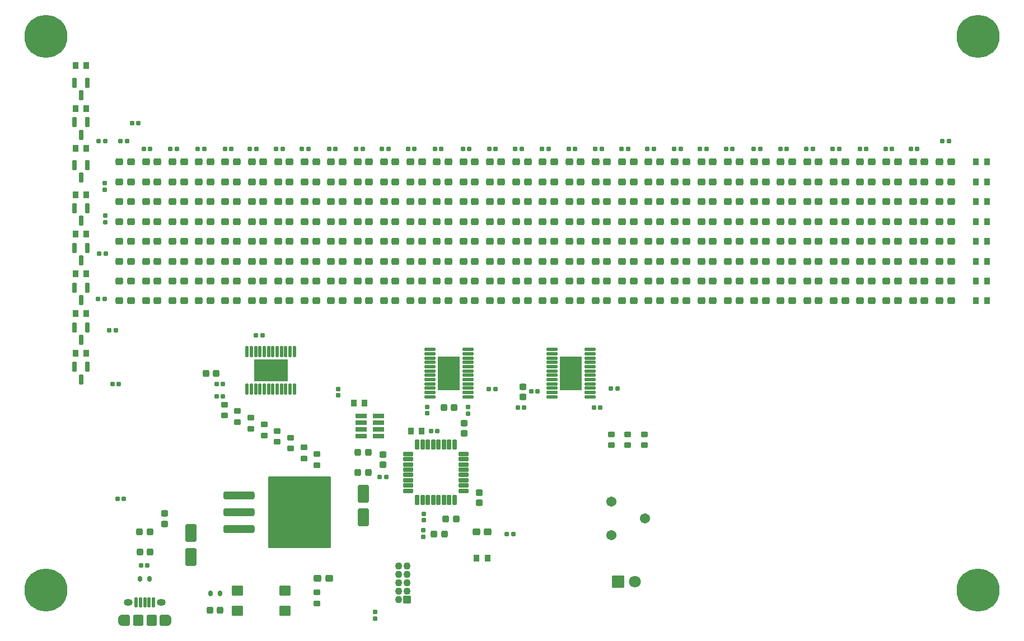
<source format=gts>
%TF.GenerationSoftware,KiCad,Pcbnew,9.0.4*%
%TF.CreationDate,2025-09-23T11:36:05+01:00*%
%TF.ProjectId,spekky_matrix,7370656b-6b79-45f6-9d61-747269782e6b,v02*%
%TF.SameCoordinates,Original*%
%TF.FileFunction,Soldermask,Top*%
%TF.FilePolarity,Negative*%
%FSLAX46Y46*%
G04 Gerber Fmt 4.6, Leading zero omitted, Abs format (unit mm)*
G04 Created by KiCad (PCBNEW 9.0.4) date 2025-09-23 11:36:05*
%MOMM*%
%LPD*%
G01*
G04 APERTURE LIST*
G04 Aperture macros list*
%AMRoundRect*
0 Rectangle with rounded corners*
0 $1 Rounding radius*
0 $2 $3 $4 $5 $6 $7 $8 $9 X,Y pos of 4 corners*
0 Add a 4 corners polygon primitive as box body*
4,1,4,$2,$3,$4,$5,$6,$7,$8,$9,$2,$3,0*
0 Add four circle primitives for the rounded corners*
1,1,$1+$1,$2,$3*
1,1,$1+$1,$4,$5*
1,1,$1+$1,$6,$7*
1,1,$1+$1,$8,$9*
0 Add four rect primitives between the rounded corners*
20,1,$1+$1,$2,$3,$4,$5,0*
20,1,$1+$1,$4,$5,$6,$7,0*
20,1,$1+$1,$6,$7,$8,$9,0*
20,1,$1+$1,$8,$9,$2,$3,0*%
G04 Aperture macros list end*
%ADD10RoundRect,0.250400X-0.250400X-0.275400X0.250400X-0.275400X0.250400X0.275400X-0.250400X0.275400X0*%
%ADD11RoundRect,0.175400X-0.175400X0.612900X-0.175400X-0.612900X0.175400X-0.612900X0.175400X0.612900X0*%
%ADD12RoundRect,0.172900X0.172900X0.197900X-0.172900X0.197900X-0.172900X-0.197900X0.172900X-0.197900X0*%
%ADD13RoundRect,0.262900X-0.312900X-0.262900X0.312900X-0.262900X0.312900X0.262900X-0.312900X0.262900X0*%
%ADD14RoundRect,0.125400X0.125400X-0.700400X0.125400X0.700400X-0.125400X0.700400X-0.125400X-0.700400X0*%
%ADD15RoundRect,0.050800X2.500000X-1.600000X2.500000X1.600000X-2.500000X1.600000X-2.500000X-1.600000X0*%
%ADD16RoundRect,0.225400X-0.300400X0.225400X-0.300400X-0.225400X0.300400X-0.225400X0.300400X0.225400X0*%
%ADD17RoundRect,0.172900X-0.172900X-0.197900X0.172900X-0.197900X0.172900X0.197900X-0.172900X0.197900X0*%
%ADD18C,1.541600*%
%ADD19RoundRect,0.175400X0.175400X0.225400X-0.175400X0.225400X-0.175400X-0.225400X0.175400X-0.225400X0*%
%ADD20RoundRect,0.172900X0.197900X-0.172900X0.197900X0.172900X-0.197900X0.172900X-0.197900X-0.172900X0*%
%ADD21RoundRect,0.225400X0.225400X0.300400X-0.225400X0.300400X-0.225400X-0.300400X0.225400X-0.300400X0*%
%ADD22RoundRect,0.172900X-0.197900X0.172900X-0.197900X-0.172900X0.197900X-0.172900X0.197900X0.172900X0*%
%ADD23RoundRect,0.225400X0.300400X-0.225400X0.300400X0.225400X-0.300400X0.225400X-0.300400X-0.225400X0*%
%ADD24RoundRect,0.265875X-0.584925X1.084925X-0.584925X-1.084925X0.584925X-1.084925X0.584925X1.084925X0*%
%ADD25RoundRect,0.150400X-0.650400X-0.150400X0.650400X-0.150400X0.650400X0.150400X-0.650400X0.150400X0*%
%ADD26RoundRect,0.150400X-0.150400X-0.650400X0.150400X-0.650400X0.150400X0.650400X-0.150400X0.650400X0*%
%ADD27RoundRect,0.250400X-0.275400X0.250400X-0.275400X-0.250400X0.275400X-0.250400X0.275400X0.250400X0*%
%ADD28RoundRect,0.225400X-0.225400X-0.300400X0.225400X-0.300400X0.225400X0.300400X-0.225400X0.300400X0*%
%ADD29RoundRect,0.050800X-0.800000X-0.300000X0.800000X-0.300000X0.800000X0.300000X-0.800000X0.300000X0*%
%ADD30RoundRect,0.250400X0.250400X0.275400X-0.250400X0.275400X-0.250400X-0.275400X0.250400X-0.275400X0*%
%ADD31C,6.501600*%
%ADD32RoundRect,0.125400X0.700400X0.125400X-0.700400X0.125400X-0.700400X-0.125400X0.700400X-0.125400X0*%
%ADD33RoundRect,0.050800X1.600000X2.500000X-1.600000X2.500000X-1.600000X-2.500000X1.600000X-2.500000X0*%
%ADD34RoundRect,0.175400X-0.175400X-0.225400X0.175400X-0.225400X0.175400X0.225400X-0.175400X0.225400X0*%
%ADD35RoundRect,0.250400X0.275400X-0.250400X0.275400X0.250400X-0.275400X0.250400X-0.275400X-0.250400X0*%
%ADD36RoundRect,0.244150X-0.244150X-0.281650X0.244150X-0.281650X0.244150X0.281650X-0.244150X0.281650X0*%
%ADD37RoundRect,0.050800X0.850000X-0.850000X0.850000X0.850000X-0.850000X0.850000X-0.850000X-0.850000X0*%
%ADD38C,1.801600*%
%ADD39RoundRect,0.050800X-0.800000X-0.700000X0.800000X-0.700000X0.800000X0.700000X-0.800000X0.700000X0*%
%ADD40RoundRect,0.273091X-2.077709X-0.327709X2.077709X-0.327709X2.077709X0.327709X-2.077709X0.327709X0*%
%ADD41RoundRect,0.252705X-4.498095X-5.198095X4.498095X-5.198095X4.498095X5.198095X-4.498095X5.198095X0*%
%ADD42RoundRect,0.125400X-0.125400X-0.600400X0.125400X-0.600400X0.125400X0.600400X-0.125400X0.600400X0*%
%ADD43O,0.991600X1.651600*%
%ADD44RoundRect,0.267517X-0.508283X-0.558283X0.508283X-0.558283X0.508283X0.558283X-0.508283X0.558283X0*%
%ADD45O,1.351600X1.051600*%
%ADD46RoundRect,0.266933X-0.533867X-0.558867X0.533867X-0.558867X0.533867X0.558867X-0.533867X0.558867X0*%
%ADD47RoundRect,0.050800X0.500000X0.500000X-0.500000X0.500000X-0.500000X-0.500000X0.500000X-0.500000X0*%
%ADD48C,1.101600*%
G04 APERTURE END LIST*
D10*
%TO.C,C8*%
X121475000Y-116000000D03*
X123025000Y-116000000D03*
%TD*%
D11*
%TO.C,Q8*%
X67250000Y-49982500D03*
X65350000Y-49982500D03*
X66300000Y-51857500D03*
%TD*%
D12*
%TO.C,TP10*%
X69967500Y-58800000D03*
X68997500Y-58800000D03*
%TD*%
D13*
%TO.C,D531*%
X76125000Y-74000000D03*
X77875000Y-74000000D03*
%TD*%
%TO.C,D205*%
X180125000Y-65000000D03*
X181875000Y-65000000D03*
%TD*%
%TO.C,D630*%
X80125000Y-77000000D03*
X81875000Y-77000000D03*
%TD*%
%TO.C,D729*%
X84125000Y-80000000D03*
X85875000Y-80000000D03*
%TD*%
%TO.C,D831*%
X76125000Y-83000000D03*
X77875000Y-83000000D03*
%TD*%
%TO.C,D606*%
X176125000Y-77000000D03*
X177875000Y-77000000D03*
%TD*%
%TO.C,D722*%
X112125000Y-80000000D03*
X113875000Y-80000000D03*
%TD*%
D12*
%TO.C,TP21*%
X120185000Y-102700000D03*
X119215000Y-102700000D03*
%TD*%
D13*
%TO.C,D108*%
X168125000Y-62000000D03*
X169875000Y-62000000D03*
%TD*%
%TO.C,D530*%
X80125000Y-74000000D03*
X81875000Y-74000000D03*
%TD*%
D14*
%TO.C,U3*%
X91425000Y-96375000D03*
X92075000Y-96375000D03*
X92725000Y-96375000D03*
X93375000Y-96375000D03*
X94025000Y-96375000D03*
X94675000Y-96375000D03*
X95325000Y-96375000D03*
X95975000Y-96375000D03*
X96625000Y-96375000D03*
X97275000Y-96375000D03*
X97925000Y-96375000D03*
X98575000Y-96375000D03*
X98575000Y-90625000D03*
X97925000Y-90625000D03*
X97275000Y-90625000D03*
X96625000Y-90625000D03*
X95975000Y-90625000D03*
X95325000Y-90625000D03*
X94675000Y-90625000D03*
X94025000Y-90625000D03*
X93375000Y-90625000D03*
X92725000Y-90625000D03*
X92075000Y-90625000D03*
X91425000Y-90625000D03*
D15*
X95000000Y-93500000D03*
%TD*%
D16*
%TO.C,R6*%
X100000000Y-105175000D03*
X100000000Y-106825000D03*
%TD*%
D17*
%TO.C,TP45*%
X111815000Y-60000000D03*
X112785000Y-60000000D03*
%TD*%
D18*
%TO.C,RV1*%
X146500000Y-118450000D03*
X151580000Y-115910000D03*
X146500000Y-113370000D03*
%TD*%
D13*
%TO.C,D427*%
X92125000Y-71000000D03*
X93875000Y-71000000D03*
%TD*%
%TO.C,D301*%
X196125000Y-68000000D03*
X197875000Y-68000000D03*
%TD*%
%TO.C,D508*%
X168125000Y-74000000D03*
X169875000Y-74000000D03*
%TD*%
D19*
%TO.C,D1*%
X75270000Y-125000000D03*
X76670000Y-125000000D03*
%TD*%
D10*
%TO.C,C1*%
X75195000Y-121000000D03*
X76745000Y-121000000D03*
%TD*%
D17*
%TO.C,TP29*%
X176000000Y-60000000D03*
X176970000Y-60000000D03*
%TD*%
D13*
%TO.C,D419*%
X124125000Y-71000000D03*
X125875000Y-71000000D03*
%TD*%
%TO.C,D626*%
X96125000Y-77000000D03*
X97875000Y-77000000D03*
%TD*%
%TO.C,D114*%
X144125000Y-62000000D03*
X145875000Y-62000000D03*
%TD*%
%TO.C,D122*%
X112125000Y-62000000D03*
X113875000Y-62000000D03*
%TD*%
%TO.C,D529*%
X84125000Y-74000000D03*
X85875000Y-74000000D03*
%TD*%
%TO.C,D232*%
X72125000Y-65000000D03*
X73875000Y-65000000D03*
%TD*%
D17*
%TO.C,TP35*%
X151965000Y-60000000D03*
X152935000Y-60000000D03*
%TD*%
D13*
%TO.C,D316*%
X136125000Y-68000000D03*
X137875000Y-68000000D03*
%TD*%
%TO.C,D404*%
X184125000Y-71000000D03*
X185875000Y-71000000D03*
%TD*%
D20*
%TO.C,TP3*%
X110750000Y-131017500D03*
X110750000Y-130047500D03*
%TD*%
D13*
%TO.C,D132*%
X72125000Y-62000000D03*
X73875000Y-62000000D03*
%TD*%
%TO.C,D120*%
X120125000Y-62000000D03*
X121875000Y-62000000D03*
%TD*%
%TO.C,D819*%
X124125000Y-83000000D03*
X125875000Y-83000000D03*
%TD*%
D11*
%TO.C,Q5*%
X67250000Y-68982500D03*
X65350000Y-68982500D03*
X66300000Y-70857500D03*
%TD*%
D16*
%TO.C,R8*%
X96000000Y-102675000D03*
X96000000Y-104325000D03*
%TD*%
D12*
%TO.C,TP15*%
X133335000Y-99150000D03*
X132365000Y-99150000D03*
%TD*%
D13*
%TO.C,D106*%
X176125000Y-62000000D03*
X177875000Y-62000000D03*
%TD*%
%TO.C,D203*%
X188125000Y-65000000D03*
X189875000Y-65000000D03*
%TD*%
%TO.C,D412*%
X152125000Y-71000000D03*
X153875000Y-71000000D03*
%TD*%
%TO.C,D224*%
X104125000Y-65000000D03*
X105875000Y-65000000D03*
%TD*%
%TO.C,D121*%
X116125000Y-62000000D03*
X117875000Y-62000000D03*
%TD*%
%TO.C,D818*%
X128125000Y-83000000D03*
X129875000Y-83000000D03*
%TD*%
%TO.C,D825*%
X100125000Y-83000000D03*
X101875000Y-83000000D03*
%TD*%
D17*
%TO.C,TP4*%
X71082500Y-95550000D03*
X72052500Y-95550000D03*
%TD*%
D13*
%TO.C,D513*%
X148125000Y-74000000D03*
X149875000Y-74000000D03*
%TD*%
%TO.C,D817*%
X132125000Y-83000000D03*
X133875000Y-83000000D03*
%TD*%
D21*
%TO.C,R20*%
X67125000Y-47420000D03*
X65475000Y-47420000D03*
%TD*%
D17*
%TO.C,TP49*%
X95832500Y-60000000D03*
X96802500Y-60000000D03*
%TD*%
%TO.C,TP36*%
X148080000Y-60000000D03*
X149050000Y-60000000D03*
%TD*%
D13*
%TO.C,D709*%
X164125000Y-80000000D03*
X165875000Y-80000000D03*
%TD*%
D16*
%TO.C,R11*%
X90000000Y-99675000D03*
X90000000Y-101325000D03*
%TD*%
D13*
%TO.C,D807*%
X172125000Y-83000000D03*
X173875000Y-83000000D03*
%TD*%
%TO.C,D331*%
X76125000Y-68000000D03*
X77875000Y-68000000D03*
%TD*%
D22*
%TO.C,TP59*%
X118050000Y-117690000D03*
X118050000Y-118660000D03*
%TD*%
D13*
%TO.C,D507*%
X172125000Y-74000000D03*
X173875000Y-74000000D03*
%TD*%
%TO.C,D826*%
X96125000Y-83000000D03*
X97875000Y-83000000D03*
%TD*%
%TO.C,D617*%
X132125000Y-77000000D03*
X133875000Y-77000000D03*
%TD*%
D23*
%TO.C,R29*%
X146500000Y-104825000D03*
X146500000Y-103175000D03*
%TD*%
D13*
%TO.C,D727*%
X92125000Y-80000000D03*
X93875000Y-80000000D03*
%TD*%
D10*
%TO.C,C9*%
X119695000Y-118250000D03*
X121245000Y-118250000D03*
%TD*%
D13*
%TO.C,D525*%
X100125000Y-74000000D03*
X101875000Y-74000000D03*
%TD*%
D24*
%TO.C,C3*%
X82970000Y-118130000D03*
X82970000Y-121730000D03*
%TD*%
D13*
%TO.C,D521*%
X116125000Y-74000000D03*
X117875000Y-74000000D03*
%TD*%
%TO.C,D118*%
X128125000Y-62000000D03*
X129875000Y-62000000D03*
%TD*%
D12*
%TO.C,TP56*%
X131692500Y-118275000D03*
X130722500Y-118275000D03*
%TD*%
D25*
%TO.C,U2*%
X115795000Y-106130000D03*
X115795000Y-106930000D03*
X115795000Y-107730000D03*
X115795000Y-108530000D03*
X115795000Y-109330000D03*
X115795000Y-110130000D03*
X115795000Y-110930000D03*
X115795000Y-111730000D03*
D26*
X117170000Y-113105000D03*
X117970000Y-113105000D03*
X118770000Y-113105000D03*
X119570000Y-113105000D03*
X120370000Y-113105000D03*
X121170000Y-113105000D03*
X121970000Y-113105000D03*
X122770000Y-113105000D03*
D25*
X124145000Y-111730000D03*
X124145000Y-110930000D03*
X124145000Y-110130000D03*
X124145000Y-109330000D03*
X124145000Y-108530000D03*
X124145000Y-107730000D03*
X124145000Y-106930000D03*
X124145000Y-106130000D03*
D26*
X122770000Y-104755000D03*
X121970000Y-104755000D03*
X121170000Y-104755000D03*
X120370000Y-104755000D03*
X119570000Y-104755000D03*
X118770000Y-104755000D03*
X117970000Y-104755000D03*
X117170000Y-104755000D03*
%TD*%
D21*
%TO.C,R14*%
X67125000Y-84920000D03*
X65475000Y-84920000D03*
%TD*%
D13*
%TO.C,D105*%
X180125000Y-62000000D03*
X181875000Y-62000000D03*
%TD*%
%TO.C,D208*%
X168125000Y-65000000D03*
X169875000Y-65000000D03*
%TD*%
%TO.C,D806*%
X176125000Y-83000000D03*
X177875000Y-83000000D03*
%TD*%
D27*
%TO.C,C10*%
X124250000Y-101475000D03*
X124250000Y-103025000D03*
%TD*%
D13*
%TO.C,D704*%
X184125000Y-80000000D03*
X185875000Y-80000000D03*
%TD*%
%TO.C,D425*%
X100125000Y-71000000D03*
X101875000Y-71000000D03*
%TD*%
D17*
%TO.C,TP2*%
X71815000Y-112900000D03*
X72785000Y-112900000D03*
%TD*%
D21*
%TO.C,R28*%
X203325000Y-62000000D03*
X201675000Y-62000000D03*
%TD*%
D10*
%TO.C,C13*%
X85195000Y-93930000D03*
X86745000Y-93930000D03*
%TD*%
D13*
%TO.C,D619*%
X124125000Y-77000000D03*
X125875000Y-77000000D03*
%TD*%
%TO.C,D715*%
X140125000Y-80000000D03*
X141875000Y-80000000D03*
%TD*%
%TO.C,D726*%
X96125000Y-80000000D03*
X97875000Y-80000000D03*
%TD*%
%TO.C,D229*%
X84125000Y-65000000D03*
X85875000Y-65000000D03*
%TD*%
%TO.C,D512*%
X152125000Y-74000000D03*
X153875000Y-74000000D03*
%TD*%
D28*
%TO.C,R4*%
X126145000Y-121930000D03*
X127795000Y-121930000D03*
%TD*%
D13*
%TO.C,D407*%
X172125000Y-71000000D03*
X173875000Y-71000000D03*
%TD*%
%TO.C,D813*%
X148125000Y-83000000D03*
X149875000Y-83000000D03*
%TD*%
%TO.C,D119*%
X124125000Y-62000000D03*
X125875000Y-62000000D03*
%TD*%
%TO.C,D322*%
X112125000Y-68000000D03*
X113875000Y-68000000D03*
%TD*%
%TO.C,D428*%
X88125000Y-71000000D03*
X89875000Y-71000000D03*
%TD*%
D16*
%TO.C,R31*%
X151500000Y-103175000D03*
X151500000Y-104825000D03*
%TD*%
D13*
%TO.C,D228*%
X88125000Y-65000000D03*
X89875000Y-65000000D03*
%TD*%
D21*
%TO.C,R25*%
X203325000Y-71000000D03*
X201675000Y-71000000D03*
%TD*%
D22*
%TO.C,TP18*%
X105200000Y-96332499D03*
X105200000Y-97302499D03*
%TD*%
D13*
%TO.C,D113*%
X148125000Y-62000000D03*
X149875000Y-62000000D03*
%TD*%
%TO.C,D328*%
X88125000Y-68000000D03*
X89875000Y-68000000D03*
%TD*%
%TO.C,D519*%
X124125000Y-74000000D03*
X125875000Y-74000000D03*
%TD*%
D17*
%TO.C,TP51*%
X88080000Y-60000000D03*
X89050000Y-60000000D03*
%TD*%
D13*
%TO.C,D416*%
X136125000Y-71000000D03*
X137875000Y-71000000D03*
%TD*%
%TO.C,D625*%
X100125000Y-77000000D03*
X101875000Y-77000000D03*
%TD*%
%TO.C,D710*%
X160125000Y-80000000D03*
X161875000Y-80000000D03*
%TD*%
%TO.C,D812*%
X152125000Y-83000000D03*
X153875000Y-83000000D03*
%TD*%
%TO.C,D510*%
X160125000Y-74000000D03*
X161875000Y-74000000D03*
%TD*%
%TO.C,D429*%
X84125000Y-71000000D03*
X85875000Y-71000000D03*
%TD*%
%TO.C,D627*%
X92125000Y-77000000D03*
X93875000Y-77000000D03*
%TD*%
%TO.C,D805*%
X180125000Y-83000000D03*
X181875000Y-83000000D03*
%TD*%
D11*
%TO.C,Q3*%
X67250000Y-80982500D03*
X65350000Y-80982500D03*
X66300000Y-82857500D03*
%TD*%
D21*
%TO.C,R19*%
X67125000Y-53920000D03*
X65475000Y-53920000D03*
%TD*%
D13*
%TO.C,D620*%
X120125000Y-77000000D03*
X121875000Y-77000000D03*
%TD*%
D17*
%TO.C,TP34*%
X156040000Y-60000000D03*
X157010000Y-60000000D03*
%TD*%
D13*
%TO.C,D732*%
X72125000Y-80000000D03*
X73875000Y-80000000D03*
%TD*%
D21*
%TO.C,R15*%
X67125000Y-78920000D03*
X65475000Y-78920000D03*
%TD*%
D13*
%TO.C,D420*%
X120125000Y-71000000D03*
X121875000Y-71000000D03*
%TD*%
D17*
%TO.C,TP50*%
X91830000Y-60000000D03*
X92800000Y-60000000D03*
%TD*%
%TO.C,TP52*%
X83965000Y-60000000D03*
X84935000Y-60000000D03*
%TD*%
%TO.C,TP55*%
X72282500Y-58800000D03*
X73252500Y-58800000D03*
%TD*%
D13*
%TO.C,D602*%
X192125000Y-77000000D03*
X193875000Y-77000000D03*
%TD*%
%TO.C,D303*%
X188125000Y-68000000D03*
X189875000Y-68000000D03*
%TD*%
%TO.C,D430*%
X80125000Y-71000000D03*
X81875000Y-71000000D03*
%TD*%
%TO.C,D604*%
X184125000Y-77000000D03*
X185875000Y-77000000D03*
%TD*%
%TO.C,D327*%
X92125000Y-68000000D03*
X93875000Y-68000000D03*
%TD*%
%TO.C,D716*%
X136125000Y-80000000D03*
X137875000Y-80000000D03*
%TD*%
D16*
%TO.C,R1*%
X101970000Y-127105000D03*
X101970000Y-128755000D03*
%TD*%
D13*
%TO.C,D220*%
X120125000Y-65000000D03*
X121875000Y-65000000D03*
%TD*%
D21*
%TO.C,R13*%
X67125000Y-90920000D03*
X65475000Y-90920000D03*
%TD*%
D13*
%TO.C,D126*%
X96125000Y-62000000D03*
X97875000Y-62000000D03*
%TD*%
D17*
%TO.C,TP53*%
X79832500Y-60000000D03*
X80802500Y-60000000D03*
%TD*%
D13*
%TO.C,D315*%
X140125000Y-68000000D03*
X141875000Y-68000000D03*
%TD*%
%TO.C,D215*%
X140125000Y-65000000D03*
X141875000Y-65000000D03*
%TD*%
D12*
%TO.C,TP12*%
X93735000Y-88200000D03*
X92765000Y-88200000D03*
%TD*%
D17*
%TO.C,TP24*%
X196565000Y-58800000D03*
X197535000Y-58800000D03*
%TD*%
D13*
%TO.C,D306*%
X176125000Y-68000000D03*
X177875000Y-68000000D03*
%TD*%
%TO.C,D509*%
X164125000Y-74000000D03*
X165875000Y-74000000D03*
%TD*%
%TO.C,D426*%
X96125000Y-71000000D03*
X97875000Y-71000000D03*
%TD*%
%TO.C,D110*%
X160125000Y-62000000D03*
X161875000Y-62000000D03*
%TD*%
%TO.C,D214*%
X144125000Y-65000000D03*
X145875000Y-65000000D03*
%TD*%
D16*
%TO.C,R7*%
X98000000Y-103675000D03*
X98000000Y-105325000D03*
%TD*%
D17*
%TO.C,TP27*%
X184100000Y-60000000D03*
X185070000Y-60000000D03*
%TD*%
D29*
%TO.C,MK1*%
X111270000Y-103430000D03*
X111270000Y-102430000D03*
X111270000Y-101430000D03*
X111270000Y-100430000D03*
X108670000Y-100430000D03*
X108670000Y-101430000D03*
X108670000Y-102430000D03*
X108670000Y-103430000D03*
%TD*%
D17*
%TO.C,TP19*%
X127982500Y-96300000D03*
X128952500Y-96300000D03*
%TD*%
D13*
%TO.C,D622*%
X112125000Y-77000000D03*
X113875000Y-77000000D03*
%TD*%
D17*
%TO.C,TP41*%
X128030000Y-60000000D03*
X129000000Y-60000000D03*
%TD*%
D16*
%TO.C,R5*%
X102000000Y-106175000D03*
X102000000Y-107825000D03*
%TD*%
D13*
%TO.C,D423*%
X108125000Y-71000000D03*
X109875000Y-71000000D03*
%TD*%
%TO.C,D824*%
X104125000Y-83000000D03*
X105875000Y-83000000D03*
%TD*%
%TO.C,D320*%
X120125000Y-68000000D03*
X121875000Y-68000000D03*
%TD*%
%TO.C,D2*%
X102095000Y-124930000D03*
X103845000Y-124930000D03*
%TD*%
D30*
%TO.C,C5*%
X109745000Y-108930000D03*
X108195000Y-108930000D03*
%TD*%
D13*
%TO.C,D827*%
X92125000Y-83000000D03*
X93875000Y-83000000D03*
%TD*%
%TO.C,D123*%
X108125000Y-62000000D03*
X109875000Y-62000000D03*
%TD*%
%TO.C,D305*%
X180125000Y-68000000D03*
X181875000Y-68000000D03*
%TD*%
D21*
%TO.C,R21*%
X203325000Y-83000000D03*
X201675000Y-83000000D03*
%TD*%
D16*
%TO.C,R10*%
X92000000Y-100675000D03*
X92000000Y-102325000D03*
%TD*%
D13*
%TO.C,D717*%
X132125000Y-80000000D03*
X133875000Y-80000000D03*
%TD*%
%TO.C,D402*%
X192125000Y-71000000D03*
X193875000Y-71000000D03*
%TD*%
%TO.C,D418*%
X128125000Y-71000000D03*
X129875000Y-71000000D03*
%TD*%
%TO.C,D631*%
X76125000Y-77000000D03*
X77875000Y-77000000D03*
%TD*%
%TO.C,D532*%
X72125000Y-74000000D03*
X73875000Y-74000000D03*
%TD*%
%TO.C,D421*%
X116125000Y-71000000D03*
X117875000Y-71000000D03*
%TD*%
%TO.C,D411*%
X156125000Y-71000000D03*
X157875000Y-71000000D03*
%TD*%
%TO.C,D230*%
X80125000Y-65000000D03*
X81875000Y-65000000D03*
%TD*%
%TO.C,D401*%
X196125000Y-71000000D03*
X197875000Y-71000000D03*
%TD*%
D31*
%TO.C,H1*%
X61000000Y-43000000D03*
%TD*%
D13*
%TO.C,D814*%
X144125000Y-83000000D03*
X145875000Y-83000000D03*
%TD*%
D31*
%TO.C,H2*%
X202000000Y-43000000D03*
%TD*%
D13*
%TO.C,D116*%
X136125000Y-62000000D03*
X137875000Y-62000000D03*
%TD*%
%TO.C,D725*%
X100125000Y-80000000D03*
X101875000Y-80000000D03*
%TD*%
D17*
%TO.C,TP44*%
X115750000Y-60000000D03*
X116720000Y-60000000D03*
%TD*%
D21*
%TO.C,R27*%
X203325000Y-65000000D03*
X201675000Y-65000000D03*
%TD*%
D22*
%TO.C,TP58*%
X118175000Y-115215000D03*
X118175000Y-116185000D03*
%TD*%
D13*
%TO.C,D802*%
X192125000Y-83000000D03*
X193875000Y-83000000D03*
%TD*%
%TO.C,D811*%
X156125000Y-83000000D03*
X157875000Y-83000000D03*
%TD*%
%TO.C,D125*%
X100125000Y-62000000D03*
X101875000Y-62000000D03*
%TD*%
D17*
%TO.C,TP33*%
X159930000Y-60000000D03*
X160900000Y-60000000D03*
%TD*%
D11*
%TO.C,Q1*%
X67250000Y-92982500D03*
X65350000Y-92982500D03*
X66300000Y-94857500D03*
%TD*%
D17*
%TO.C,TP17*%
X143865000Y-99100000D03*
X144835000Y-99100000D03*
%TD*%
D13*
%TO.C,D609*%
X164125000Y-77000000D03*
X165875000Y-77000000D03*
%TD*%
D17*
%TO.C,TP47*%
X103832500Y-60000000D03*
X104802500Y-60000000D03*
%TD*%
D32*
%TO.C,U5*%
X124845000Y-97505000D03*
X124845000Y-96855000D03*
X124845000Y-96205000D03*
X124845000Y-95555000D03*
X124845000Y-94905000D03*
X124845000Y-94255000D03*
X124845000Y-93605000D03*
X124845000Y-92955000D03*
X124845000Y-92305000D03*
X124845000Y-91655000D03*
X124845000Y-91005000D03*
X124845000Y-90355000D03*
X119095000Y-90355000D03*
X119095000Y-91005000D03*
X119095000Y-91655000D03*
X119095000Y-92305000D03*
X119095000Y-92955000D03*
X119095000Y-93605000D03*
X119095000Y-94255000D03*
X119095000Y-94905000D03*
X119095000Y-95555000D03*
X119095000Y-96205000D03*
X119095000Y-96855000D03*
X119095000Y-97505000D03*
D33*
X121970000Y-93930000D03*
%TD*%
D12*
%TO.C,TP23*%
X135367500Y-96650000D03*
X134397500Y-96650000D03*
%TD*%
D13*
%TO.C,D707*%
X172125000Y-80000000D03*
X173875000Y-80000000D03*
%TD*%
%TO.C,D527*%
X92125000Y-74000000D03*
X93875000Y-74000000D03*
%TD*%
D17*
%TO.C,TP42*%
X124082500Y-60000000D03*
X125052500Y-60000000D03*
%TD*%
D13*
%TO.C,D616*%
X136125000Y-77000000D03*
X137875000Y-77000000D03*
%TD*%
D21*
%TO.C,R22*%
X203325000Y-80000000D03*
X201675000Y-80000000D03*
%TD*%
D12*
%TO.C,TP13*%
X87767500Y-97400000D03*
X86797500Y-97400000D03*
%TD*%
D13*
%TO.C,D112*%
X152125000Y-62000000D03*
X153875000Y-62000000D03*
%TD*%
%TO.C,D603*%
X188125000Y-77000000D03*
X189875000Y-77000000D03*
%TD*%
D34*
%TO.C,D3*%
X87300000Y-127250000D03*
X85900000Y-127250000D03*
%TD*%
D13*
%TO.C,D832*%
X72125000Y-83000000D03*
X73875000Y-83000000D03*
%TD*%
%TO.C,D828*%
X88125000Y-83000000D03*
X89875000Y-83000000D03*
%TD*%
D21*
%TO.C,R24*%
X203325000Y-74000000D03*
X201675000Y-74000000D03*
%TD*%
D31*
%TO.C,H4*%
X61000000Y-126750000D03*
%TD*%
D13*
%TO.C,D523*%
X108125000Y-74000000D03*
X109875000Y-74000000D03*
%TD*%
%TO.C,D708*%
X168125000Y-80000000D03*
X169875000Y-80000000D03*
%TD*%
%TO.C,D821*%
X116125000Y-83000000D03*
X117875000Y-83000000D03*
%TD*%
%TO.C,D131*%
X76125000Y-62000000D03*
X77875000Y-62000000D03*
%TD*%
%TO.C,D422*%
X112125000Y-71000000D03*
X113875000Y-71000000D03*
%TD*%
%TO.C,D731*%
X76125000Y-80000000D03*
X77875000Y-80000000D03*
%TD*%
%TO.C,D613*%
X148125000Y-77000000D03*
X149875000Y-77000000D03*
%TD*%
%TO.C,D219*%
X124125000Y-65000000D03*
X125875000Y-65000000D03*
%TD*%
D17*
%TO.C,TP28*%
X180000000Y-60000000D03*
X180970000Y-60000000D03*
%TD*%
D13*
%TO.C,D330*%
X80125000Y-68000000D03*
X81875000Y-68000000D03*
%TD*%
%TO.C,D130*%
X80125000Y-62000000D03*
X81875000Y-62000000D03*
%TD*%
D17*
%TO.C,TP38*%
X140080000Y-60000000D03*
X141050000Y-60000000D03*
%TD*%
D13*
%TO.C,D417*%
X132125000Y-71000000D03*
X133875000Y-71000000D03*
%TD*%
%TO.C,D223*%
X108125000Y-65000000D03*
X109875000Y-65000000D03*
%TD*%
%TO.C,D415*%
X140125000Y-71000000D03*
X141875000Y-71000000D03*
%TD*%
%TO.C,D329*%
X84125000Y-68000000D03*
X85875000Y-68000000D03*
%TD*%
%TO.C,D607*%
X172125000Y-77000000D03*
X173875000Y-77000000D03*
%TD*%
%TO.C,D431*%
X76125000Y-71000000D03*
X77875000Y-71000000D03*
%TD*%
D20*
%TO.C,TP22*%
X118650000Y-100017500D03*
X118650000Y-99047500D03*
%TD*%
D17*
%TO.C,TP26*%
X188000000Y-60000000D03*
X188970000Y-60000000D03*
%TD*%
D35*
%TO.C,C2*%
X78970000Y-116705000D03*
X78970000Y-115155000D03*
%TD*%
D13*
%TO.C,D128*%
X88125000Y-62000000D03*
X89875000Y-62000000D03*
%TD*%
%TO.C,D204*%
X184125000Y-65000000D03*
X185875000Y-65000000D03*
%TD*%
%TO.C,D209*%
X164125000Y-65000000D03*
X165875000Y-65000000D03*
%TD*%
%TO.C,D210*%
X160125000Y-65000000D03*
X161875000Y-65000000D03*
%TD*%
%TO.C,D501*%
X196125000Y-74000000D03*
X197875000Y-74000000D03*
%TD*%
%TO.C,D804*%
X184125000Y-83000000D03*
X185875000Y-83000000D03*
%TD*%
%TO.C,D323*%
X108125000Y-68000000D03*
X109875000Y-68000000D03*
%TD*%
D12*
%TO.C,TP57*%
X112450000Y-109600000D03*
X111480000Y-109600000D03*
%TD*%
D13*
%TO.C,D624*%
X104125000Y-77000000D03*
X105875000Y-77000000D03*
%TD*%
D28*
%TO.C,R2*%
X107550000Y-98425000D03*
X109200000Y-98425000D03*
%TD*%
D36*
%TO.C,FB1*%
X75182500Y-117930000D03*
X76757500Y-117930000D03*
%TD*%
D13*
%TO.C,D326*%
X96125000Y-68000000D03*
X97875000Y-68000000D03*
%TD*%
%TO.C,D410*%
X160125000Y-71000000D03*
X161875000Y-71000000D03*
%TD*%
%TO.C,D718*%
X128125000Y-80000000D03*
X129875000Y-80000000D03*
%TD*%
%TO.C,D218*%
X128125000Y-65000000D03*
X129875000Y-65000000D03*
%TD*%
D11*
%TO.C,Q4*%
X67250000Y-74982500D03*
X65350000Y-74982500D03*
X66300000Y-76857500D03*
%TD*%
D17*
%TO.C,TP11*%
X74015000Y-56150000D03*
X74985000Y-56150000D03*
%TD*%
D13*
%TO.C,D414*%
X144125000Y-71000000D03*
X145875000Y-71000000D03*
%TD*%
%TO.C,D207*%
X172125000Y-65000000D03*
X173875000Y-65000000D03*
%TD*%
%TO.C,D705*%
X180125000Y-80000000D03*
X181875000Y-80000000D03*
%TD*%
D17*
%TO.C,TP6*%
X68915000Y-82700000D03*
X69885000Y-82700000D03*
%TD*%
D13*
%TO.C,D104*%
X184125000Y-62000000D03*
X185875000Y-62000000D03*
%TD*%
%TO.C,D432*%
X72125000Y-71000000D03*
X73875000Y-71000000D03*
%TD*%
%TO.C,D227*%
X92125000Y-65000000D03*
X93875000Y-65000000D03*
%TD*%
%TO.C,D601*%
X196125000Y-77000000D03*
X197875000Y-77000000D03*
%TD*%
%TO.C,D803*%
X188125000Y-83000000D03*
X189875000Y-83000000D03*
%TD*%
D35*
%TO.C,C14*%
X133150000Y-97525000D03*
X133150000Y-95975000D03*
%TD*%
D10*
%TO.C,C15*%
X121195000Y-99100000D03*
X122745000Y-99100000D03*
%TD*%
D13*
%TO.C,D405*%
X180125000Y-71000000D03*
X181875000Y-71000000D03*
%TD*%
%TO.C,D502*%
X192125000Y-74000000D03*
X193875000Y-74000000D03*
%TD*%
%TO.C,D605*%
X180125000Y-77000000D03*
X181875000Y-77000000D03*
%TD*%
%TO.C,D109*%
X164125000Y-62000000D03*
X165875000Y-62000000D03*
%TD*%
D16*
%TO.C,R9*%
X94000000Y-101675000D03*
X94000000Y-103325000D03*
%TD*%
D13*
%TO.C,D608*%
X168125000Y-77000000D03*
X169875000Y-77000000D03*
%TD*%
D17*
%TO.C,TP1*%
X75365000Y-123000000D03*
X76335000Y-123000000D03*
%TD*%
D20*
%TO.C,TP8*%
X70000000Y-71067500D03*
X70000000Y-70097500D03*
%TD*%
D13*
%TO.C,D801*%
X196125000Y-83000000D03*
X197875000Y-83000000D03*
%TD*%
D37*
%TO.C,JP1*%
X147500000Y-125500000D03*
D38*
X150040000Y-125500000D03*
%TD*%
D17*
%TO.C,TP31*%
X168040000Y-60000000D03*
X169010000Y-60000000D03*
%TD*%
D13*
%TO.C,D829*%
X84125000Y-83000000D03*
X85875000Y-83000000D03*
%TD*%
%TO.C,D4*%
X126095000Y-117930000D03*
X127845000Y-117930000D03*
%TD*%
%TO.C,D231*%
X76125000Y-65000000D03*
X77875000Y-65000000D03*
%TD*%
%TO.C,D628*%
X88125000Y-77000000D03*
X89875000Y-77000000D03*
%TD*%
%TO.C,D212*%
X152125000Y-65000000D03*
X153875000Y-65000000D03*
%TD*%
D39*
%TO.C,SW1*%
X89970000Y-126830000D03*
X97170000Y-126830000D03*
X89970000Y-129830000D03*
X97170000Y-129830000D03*
%TD*%
D11*
%TO.C,Q2*%
X67250000Y-86982500D03*
X65350000Y-86982500D03*
X66300000Y-88857500D03*
%TD*%
D13*
%TO.C,D611*%
X156125000Y-77000000D03*
X157875000Y-77000000D03*
%TD*%
%TO.C,D424*%
X104125000Y-71000000D03*
X105875000Y-71000000D03*
%TD*%
%TO.C,D312*%
X152125000Y-68000000D03*
X153875000Y-68000000D03*
%TD*%
D17*
%TO.C,TP16*%
X146465000Y-96250000D03*
X147435000Y-96250000D03*
%TD*%
D13*
%TO.C,D314*%
X144125000Y-68000000D03*
X145875000Y-68000000D03*
%TD*%
D17*
%TO.C,TP43*%
X119832500Y-60000000D03*
X120802500Y-60000000D03*
%TD*%
D13*
%TO.C,D610*%
X160125000Y-77000000D03*
X161875000Y-77000000D03*
%TD*%
D40*
%TO.C,U1*%
X90195000Y-112390000D03*
X90195000Y-114930000D03*
D41*
X99345000Y-114930000D03*
D40*
X90195000Y-117470000D03*
%TD*%
D22*
%TO.C,TP20*%
X124850000Y-99065000D03*
X124850000Y-100035000D03*
%TD*%
D13*
%TO.C,D528*%
X88125000Y-74000000D03*
X89875000Y-74000000D03*
%TD*%
D17*
%TO.C,TP32*%
X163832500Y-60000000D03*
X164802500Y-60000000D03*
%TD*%
D13*
%TO.C,D723*%
X108125000Y-80000000D03*
X109875000Y-80000000D03*
%TD*%
%TO.C,D511*%
X156125000Y-74000000D03*
X157875000Y-74000000D03*
%TD*%
%TO.C,D612*%
X152125000Y-77000000D03*
X153875000Y-77000000D03*
%TD*%
%TO.C,D216*%
X136125000Y-65000000D03*
X137875000Y-65000000D03*
%TD*%
%TO.C,D206*%
X176125000Y-65000000D03*
X177875000Y-65000000D03*
%TD*%
%TO.C,D524*%
X104125000Y-74000000D03*
X105875000Y-74000000D03*
%TD*%
%TO.C,D815*%
X140125000Y-83000000D03*
X141875000Y-83000000D03*
%TD*%
%TO.C,D201*%
X196125000Y-65000000D03*
X197875000Y-65000000D03*
%TD*%
%TO.C,D318*%
X128125000Y-68000000D03*
X129875000Y-68000000D03*
%TD*%
D27*
%TO.C,C12*%
X112000000Y-106225000D03*
X112000000Y-107775000D03*
%TD*%
D13*
%TO.C,D505*%
X180125000Y-74000000D03*
X181875000Y-74000000D03*
%TD*%
%TO.C,D714*%
X144125000Y-80000000D03*
X145875000Y-80000000D03*
%TD*%
%TO.C,D830*%
X80125000Y-83000000D03*
X81875000Y-83000000D03*
%TD*%
D27*
%TO.C,C11*%
X126500000Y-111975000D03*
X126500000Y-113525000D03*
%TD*%
D13*
%TO.C,D107*%
X172125000Y-62000000D03*
X173875000Y-62000000D03*
%TD*%
%TO.C,D310*%
X160125000Y-68000000D03*
X161875000Y-68000000D03*
%TD*%
%TO.C,D730*%
X80125000Y-80000000D03*
X81875000Y-80000000D03*
%TD*%
%TO.C,D623*%
X108125000Y-77000000D03*
X109875000Y-77000000D03*
%TD*%
D21*
%TO.C,R16*%
X67125000Y-72920000D03*
X65475000Y-72920000D03*
%TD*%
D13*
%TO.C,D319*%
X124125000Y-68000000D03*
X125875000Y-68000000D03*
%TD*%
%TO.C,D102*%
X192125000Y-62000000D03*
X193875000Y-62000000D03*
%TD*%
%TO.C,D409*%
X164125000Y-71000000D03*
X165875000Y-71000000D03*
%TD*%
D31*
%TO.C,H3*%
X202000000Y-126750000D03*
%TD*%
D13*
%TO.C,D211*%
X156125000Y-65000000D03*
X157875000Y-65000000D03*
%TD*%
%TO.C,D522*%
X112125000Y-74000000D03*
X113875000Y-74000000D03*
%TD*%
%TO.C,D712*%
X152125000Y-80000000D03*
X153875000Y-80000000D03*
%TD*%
%TO.C,D117*%
X132125000Y-62000000D03*
X133875000Y-62000000D03*
%TD*%
D12*
%TO.C,TP7*%
X70035000Y-75850000D03*
X69065000Y-75850000D03*
%TD*%
D13*
%TO.C,D516*%
X136125000Y-74000000D03*
X137875000Y-74000000D03*
%TD*%
%TO.C,D518*%
X128125000Y-74000000D03*
X129875000Y-74000000D03*
%TD*%
D17*
%TO.C,TP40*%
X131980000Y-60000000D03*
X132950000Y-60000000D03*
%TD*%
D32*
%TO.C,U4*%
X143287500Y-97505000D03*
X143287500Y-96855000D03*
X143287500Y-96205000D03*
X143287500Y-95555000D03*
X143287500Y-94905000D03*
X143287500Y-94255000D03*
X143287500Y-93605000D03*
X143287500Y-92955000D03*
X143287500Y-92305000D03*
X143287500Y-91655000D03*
X143287500Y-91005000D03*
X143287500Y-90355000D03*
X137537500Y-90355000D03*
X137537500Y-91005000D03*
X137537500Y-91655000D03*
X137537500Y-92305000D03*
X137537500Y-92955000D03*
X137537500Y-93605000D03*
X137537500Y-94255000D03*
X137537500Y-94905000D03*
X137537500Y-95555000D03*
X137537500Y-96205000D03*
X137537500Y-96855000D03*
X137537500Y-97505000D03*
D33*
X140412500Y-93930000D03*
%TD*%
D13*
%TO.C,D816*%
X136125000Y-83000000D03*
X137875000Y-83000000D03*
%TD*%
%TO.C,D809*%
X164125000Y-83000000D03*
X165875000Y-83000000D03*
%TD*%
%TO.C,D514*%
X144125000Y-74000000D03*
X145875000Y-74000000D03*
%TD*%
D12*
%TO.C,TP14*%
X87767500Y-95550000D03*
X86797500Y-95550000D03*
%TD*%
D13*
%TO.C,D408*%
X168125000Y-71000000D03*
X169875000Y-71000000D03*
%TD*%
%TO.C,D304*%
X184125000Y-68000000D03*
X185875000Y-68000000D03*
%TD*%
%TO.C,D515*%
X140125000Y-74000000D03*
X141875000Y-74000000D03*
%TD*%
%TO.C,D810*%
X160125000Y-83000000D03*
X161875000Y-83000000D03*
%TD*%
%TO.C,D213*%
X148125000Y-65000000D03*
X149875000Y-65000000D03*
%TD*%
%TO.C,D317*%
X132125000Y-68000000D03*
X133875000Y-68000000D03*
%TD*%
%TO.C,D506*%
X176125000Y-74000000D03*
X177875000Y-74000000D03*
%TD*%
%TO.C,D127*%
X92125000Y-62000000D03*
X93875000Y-62000000D03*
%TD*%
D11*
%TO.C,Q7*%
X67250000Y-55982500D03*
X65350000Y-55982500D03*
X66300000Y-57857500D03*
%TD*%
D13*
%TO.C,D321*%
X116125000Y-68000000D03*
X117875000Y-68000000D03*
%TD*%
%TO.C,D103*%
X188125000Y-62000000D03*
X189875000Y-62000000D03*
%TD*%
%TO.C,D222*%
X112125000Y-65000000D03*
X113875000Y-65000000D03*
%TD*%
%TO.C,D618*%
X128125000Y-77000000D03*
X129875000Y-77000000D03*
%TD*%
D21*
%TO.C,R3*%
X117825000Y-102700000D03*
X116175000Y-102700000D03*
%TD*%
D13*
%TO.C,D629*%
X84125000Y-77000000D03*
X85875000Y-77000000D03*
%TD*%
D23*
%TO.C,R30*%
X149000000Y-104825000D03*
X149000000Y-103175000D03*
%TD*%
D13*
%TO.C,D217*%
X132125000Y-65000000D03*
X133875000Y-65000000D03*
%TD*%
%TO.C,D823*%
X108125000Y-83000000D03*
X109875000Y-83000000D03*
%TD*%
%TO.C,D701*%
X196125000Y-80000000D03*
X197875000Y-80000000D03*
%TD*%
D17*
%TO.C,TP46*%
X107915000Y-60000000D03*
X108885000Y-60000000D03*
%TD*%
%TO.C,TP48*%
X99732500Y-60000000D03*
X100702500Y-60000000D03*
%TD*%
%TO.C,TP25*%
X191800000Y-60000000D03*
X192770000Y-60000000D03*
%TD*%
D13*
%TO.C,D615*%
X140125000Y-77000000D03*
X141875000Y-77000000D03*
%TD*%
%TO.C,D115*%
X140125000Y-62000000D03*
X141875000Y-62000000D03*
%TD*%
%TO.C,D129*%
X84125000Y-62000000D03*
X85875000Y-62000000D03*
%TD*%
D17*
%TO.C,TP5*%
X70582500Y-87450000D03*
X71552500Y-87450000D03*
%TD*%
D13*
%TO.C,D413*%
X148125000Y-71000000D03*
X149875000Y-71000000D03*
%TD*%
%TO.C,D702*%
X192125000Y-80000000D03*
X193875000Y-80000000D03*
%TD*%
%TO.C,D719*%
X124125000Y-80000000D03*
X125875000Y-80000000D03*
%TD*%
%TO.C,D703*%
X188125000Y-80000000D03*
X189875000Y-80000000D03*
%TD*%
%TO.C,D324*%
X104125000Y-68000000D03*
X105875000Y-68000000D03*
%TD*%
%TO.C,D307*%
X172125000Y-68000000D03*
X173875000Y-68000000D03*
%TD*%
%TO.C,D721*%
X116125000Y-80000000D03*
X117875000Y-80000000D03*
%TD*%
D17*
%TO.C,TP39*%
X136032500Y-60000000D03*
X137002500Y-60000000D03*
%TD*%
D13*
%TO.C,D526*%
X96125000Y-74000000D03*
X97875000Y-74000000D03*
%TD*%
%TO.C,D614*%
X144125000Y-77000000D03*
X145875000Y-77000000D03*
%TD*%
%TO.C,D313*%
X148125000Y-68000000D03*
X149875000Y-68000000D03*
%TD*%
%TO.C,D504*%
X184125000Y-74000000D03*
X185875000Y-74000000D03*
%TD*%
%TO.C,D225*%
X100125000Y-65000000D03*
X101875000Y-65000000D03*
%TD*%
D20*
%TO.C,TP9*%
X69900000Y-66167500D03*
X69900000Y-65197500D03*
%TD*%
D21*
%TO.C,R17*%
X67125000Y-66920000D03*
X65475000Y-66920000D03*
%TD*%
D13*
%TO.C,D706*%
X176125000Y-80000000D03*
X177875000Y-80000000D03*
%TD*%
%TO.C,D503*%
X188125000Y-74000000D03*
X189875000Y-74000000D03*
%TD*%
%TO.C,D111*%
X156125000Y-62000000D03*
X157875000Y-62000000D03*
%TD*%
D30*
%TO.C,C6*%
X109745000Y-105930000D03*
X108195000Y-105930000D03*
%TD*%
D24*
%TO.C,C4*%
X108970000Y-112130000D03*
X108970000Y-115730000D03*
%TD*%
D21*
%TO.C,R23*%
X203325000Y-77000000D03*
X201675000Y-77000000D03*
%TD*%
D13*
%TO.C,D728*%
X88125000Y-80000000D03*
X89875000Y-80000000D03*
%TD*%
D17*
%TO.C,TP37*%
X144080000Y-60000000D03*
X145050000Y-60000000D03*
%TD*%
D42*
%TO.C,J1*%
X74670000Y-128600000D03*
X75320000Y-128600000D03*
X75970000Y-128600000D03*
X76620000Y-128600000D03*
X77270000Y-128600000D03*
D43*
X72470000Y-131300000D03*
D44*
X72945000Y-131300000D03*
D45*
X73470000Y-128600000D03*
D46*
X74970000Y-131300000D03*
X76970000Y-131300000D03*
D45*
X78470000Y-128600000D03*
D44*
X78995000Y-131300000D03*
D43*
X79470000Y-131300000D03*
%TD*%
D17*
%TO.C,TP54*%
X75782500Y-60000000D03*
X76752500Y-60000000D03*
%TD*%
D13*
%TO.C,D221*%
X116125000Y-65000000D03*
X117875000Y-65000000D03*
%TD*%
%TO.C,D403*%
X188125000Y-71000000D03*
X189875000Y-71000000D03*
%TD*%
%TO.C,D632*%
X72125000Y-77000000D03*
X73875000Y-77000000D03*
%TD*%
%TO.C,D124*%
X104125000Y-62000000D03*
X105875000Y-62000000D03*
%TD*%
%TO.C,D311*%
X156125000Y-68000000D03*
X157875000Y-68000000D03*
%TD*%
D47*
%TO.C,J2*%
X115600000Y-128150000D03*
D48*
X114330000Y-128150000D03*
X115600000Y-126880000D03*
X114330000Y-126880000D03*
X115600000Y-125610000D03*
X114330000Y-125610000D03*
X115600000Y-124340000D03*
X114330000Y-124340000D03*
X115600000Y-123070000D03*
X114330000Y-123070000D03*
%TD*%
D13*
%TO.C,D808*%
X168125000Y-83000000D03*
X169875000Y-83000000D03*
%TD*%
%TO.C,D720*%
X120125000Y-80000000D03*
X121875000Y-80000000D03*
%TD*%
D10*
%TO.C,C7*%
X85825000Y-129800000D03*
X87375000Y-129800000D03*
%TD*%
D13*
%TO.C,D713*%
X148125000Y-80000000D03*
X149875000Y-80000000D03*
%TD*%
D21*
%TO.C,R26*%
X203325000Y-68000000D03*
X201675000Y-68000000D03*
%TD*%
D13*
%TO.C,D621*%
X116125000Y-77000000D03*
X117875000Y-77000000D03*
%TD*%
%TO.C,D517*%
X132125000Y-74000000D03*
X133875000Y-74000000D03*
%TD*%
%TO.C,D724*%
X104125000Y-80000000D03*
X105875000Y-80000000D03*
%TD*%
%TO.C,D226*%
X96125000Y-65000000D03*
X97875000Y-65000000D03*
%TD*%
%TO.C,D822*%
X112125000Y-83000000D03*
X113875000Y-83000000D03*
%TD*%
%TO.C,D332*%
X72125000Y-68000000D03*
X73875000Y-68000000D03*
%TD*%
%TO.C,D325*%
X100125000Y-68000000D03*
X101875000Y-68000000D03*
%TD*%
D16*
%TO.C,R12*%
X88000000Y-98675000D03*
X88000000Y-100325000D03*
%TD*%
D13*
%TO.C,D820*%
X120125000Y-83000000D03*
X121875000Y-83000000D03*
%TD*%
%TO.C,D520*%
X120125000Y-74000000D03*
X121875000Y-74000000D03*
%TD*%
D17*
%TO.C,TP30*%
X172050000Y-60000000D03*
X173020000Y-60000000D03*
%TD*%
D11*
%TO.C,Q6*%
X67250000Y-62482500D03*
X65350000Y-62482500D03*
X66300000Y-64357500D03*
%TD*%
D21*
%TO.C,R18*%
X67125000Y-59920000D03*
X65475000Y-59920000D03*
%TD*%
D13*
%TO.C,D101*%
X196125000Y-62000000D03*
X197875000Y-62000000D03*
%TD*%
%TO.C,D406*%
X176125000Y-71000000D03*
X177875000Y-71000000D03*
%TD*%
%TO.C,D711*%
X156125000Y-80000000D03*
X157875000Y-80000000D03*
%TD*%
%TO.C,D202*%
X192125000Y-65000000D03*
X193875000Y-65000000D03*
%TD*%
%TO.C,D309*%
X164125000Y-68000000D03*
X165875000Y-68000000D03*
%TD*%
%TO.C,D308*%
X168125000Y-68000000D03*
X169875000Y-68000000D03*
%TD*%
%TO.C,D302*%
X192125000Y-68000000D03*
X193875000Y-68000000D03*
%TD*%
M02*

</source>
